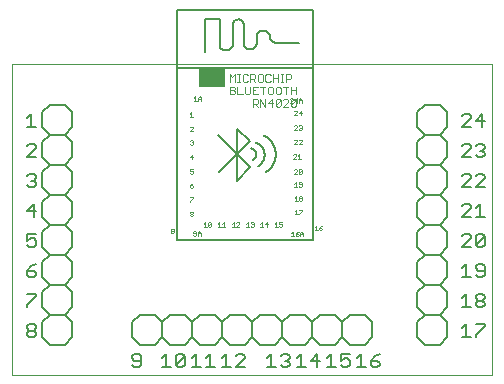
<source format=gto>
G75*
%MOIN*%
%OFA0B0*%
%FSLAX25Y25*%
%IPPOS*%
%LPD*%
%AMOC8*
5,1,8,0,0,1.08239X$1,22.5*
%
%ADD10C,0.00000*%
%ADD11C,0.00600*%
%ADD12C,0.00500*%
%ADD13R,0.08661X0.06102*%
%ADD14C,0.00200*%
%ADD15C,0.00100*%
D10*
X0001000Y0001000D02*
X0001000Y0104701D01*
X0160921Y0104701D01*
X0160921Y0001000D01*
X0001000Y0001000D01*
D11*
X0013500Y0011000D02*
X0018500Y0011000D01*
X0021000Y0013500D01*
X0021000Y0018500D01*
X0018500Y0021000D01*
X0013500Y0021000D01*
X0011000Y0018500D01*
X0011000Y0013500D01*
X0013500Y0011000D01*
X0013500Y0021000D02*
X0018500Y0021000D01*
X0021000Y0023500D01*
X0021000Y0028500D01*
X0018500Y0031000D01*
X0013500Y0031000D01*
X0011000Y0033500D01*
X0011000Y0038500D01*
X0013500Y0041000D01*
X0018500Y0041000D01*
X0021000Y0043500D01*
X0021000Y0048500D01*
X0018500Y0051000D01*
X0013500Y0051000D01*
X0011000Y0053500D01*
X0011000Y0058500D01*
X0013500Y0061000D01*
X0018500Y0061000D01*
X0021000Y0063500D01*
X0021000Y0068500D01*
X0018500Y0071000D01*
X0013500Y0071000D01*
X0011000Y0073500D01*
X0011000Y0078500D01*
X0013500Y0081000D01*
X0018500Y0081000D01*
X0021000Y0083500D01*
X0021000Y0088500D01*
X0018500Y0091000D01*
X0013500Y0091000D01*
X0011000Y0088500D01*
X0011000Y0083500D01*
X0013500Y0081000D01*
X0018500Y0081000D01*
X0021000Y0078500D01*
X0021000Y0073500D01*
X0018500Y0071000D01*
X0013500Y0071000D01*
X0011000Y0068500D01*
X0011000Y0063500D01*
X0013500Y0061000D01*
X0018500Y0061000D01*
X0021000Y0058500D01*
X0021000Y0053500D01*
X0018500Y0051000D01*
X0013500Y0051000D01*
X0011000Y0048500D01*
X0011000Y0043500D01*
X0013500Y0041000D01*
X0018500Y0041000D01*
X0021000Y0038500D01*
X0021000Y0033500D01*
X0018500Y0031000D01*
X0013500Y0031000D01*
X0011000Y0028500D01*
X0011000Y0023500D01*
X0013500Y0021000D01*
X0041000Y0018500D02*
X0041000Y0013500D01*
X0043500Y0011000D01*
X0048500Y0011000D01*
X0051000Y0013500D01*
X0051000Y0018500D01*
X0048500Y0021000D01*
X0043500Y0021000D01*
X0041000Y0018500D01*
X0051000Y0018500D02*
X0051000Y0013500D01*
X0053500Y0011000D01*
X0058500Y0011000D01*
X0061000Y0013500D01*
X0061000Y0018500D01*
X0058500Y0021000D01*
X0053500Y0021000D01*
X0051000Y0018500D01*
X0061000Y0018500D02*
X0061000Y0013500D01*
X0063500Y0011000D01*
X0068500Y0011000D01*
X0071000Y0013500D01*
X0071000Y0018500D01*
X0068500Y0021000D01*
X0063500Y0021000D01*
X0061000Y0018500D01*
X0071000Y0018500D02*
X0071000Y0013500D01*
X0073500Y0011000D01*
X0078500Y0011000D01*
X0081000Y0013500D01*
X0081000Y0018500D01*
X0078500Y0021000D01*
X0073500Y0021000D01*
X0071000Y0018500D01*
X0081000Y0018500D02*
X0081000Y0013500D01*
X0083500Y0011000D01*
X0088500Y0011000D01*
X0091000Y0013500D01*
X0091000Y0018500D01*
X0088500Y0021000D01*
X0083500Y0021000D01*
X0081000Y0018500D01*
X0091000Y0018500D02*
X0091000Y0013500D01*
X0093500Y0011000D01*
X0098500Y0011000D01*
X0101000Y0013500D01*
X0103500Y0011000D01*
X0108500Y0011000D01*
X0111000Y0013500D01*
X0111000Y0018500D01*
X0108500Y0021000D01*
X0103500Y0021000D01*
X0101000Y0018500D01*
X0101000Y0013500D01*
X0101000Y0018500D01*
X0098500Y0021000D01*
X0093500Y0021000D01*
X0091000Y0018500D01*
X0111000Y0018500D02*
X0111000Y0013500D01*
X0113500Y0011000D01*
X0118500Y0011000D01*
X0121000Y0013500D01*
X0121000Y0018500D01*
X0118500Y0021000D01*
X0113500Y0021000D01*
X0111000Y0018500D01*
X0136000Y0018500D02*
X0136000Y0013500D01*
X0138500Y0011000D01*
X0143500Y0011000D01*
X0146000Y0013500D01*
X0146000Y0018500D01*
X0143500Y0021000D01*
X0138500Y0021000D01*
X0136000Y0018500D01*
X0138500Y0021000D02*
X0143500Y0021000D01*
X0146000Y0023500D01*
X0146000Y0028500D01*
X0143500Y0031000D01*
X0138500Y0031000D01*
X0136000Y0028500D01*
X0136000Y0023500D01*
X0138500Y0021000D01*
X0138500Y0031000D02*
X0143500Y0031000D01*
X0146000Y0033500D01*
X0146000Y0038500D01*
X0143500Y0041000D01*
X0138500Y0041000D01*
X0136000Y0038500D01*
X0136000Y0033500D01*
X0138500Y0031000D01*
X0138500Y0041000D02*
X0143500Y0041000D01*
X0146000Y0043500D01*
X0146000Y0048500D01*
X0143500Y0051000D01*
X0138500Y0051000D01*
X0136000Y0048500D01*
X0136000Y0043500D01*
X0138500Y0041000D01*
X0138500Y0051000D02*
X0143500Y0051000D01*
X0146000Y0053500D01*
X0146000Y0058500D01*
X0143500Y0061000D01*
X0138500Y0061000D01*
X0136000Y0058500D01*
X0136000Y0053500D01*
X0138500Y0051000D01*
X0138500Y0061000D02*
X0143500Y0061000D01*
X0146000Y0063500D01*
X0146000Y0068500D01*
X0143500Y0071000D01*
X0138500Y0071000D01*
X0136000Y0068500D01*
X0136000Y0063500D01*
X0138500Y0061000D01*
X0138500Y0071000D02*
X0143500Y0071000D01*
X0146000Y0073500D01*
X0146000Y0078500D01*
X0143500Y0081000D01*
X0138500Y0081000D01*
X0136000Y0078500D01*
X0136000Y0073500D01*
X0138500Y0071000D01*
X0138500Y0081000D02*
X0143500Y0081000D01*
X0146000Y0083500D01*
X0146000Y0088500D01*
X0143500Y0091000D01*
X0138500Y0091000D01*
X0136000Y0088500D01*
X0136000Y0083500D01*
X0138500Y0081000D01*
D12*
X0150950Y0083450D02*
X0153953Y0086453D01*
X0153953Y0087203D01*
X0153202Y0087954D01*
X0151701Y0087954D01*
X0150950Y0087203D01*
X0150950Y0083450D02*
X0153953Y0083450D01*
X0155554Y0085702D02*
X0158556Y0085702D01*
X0157806Y0087954D02*
X0155554Y0085702D01*
X0157806Y0083450D02*
X0157806Y0087954D01*
X0157806Y0077954D02*
X0156305Y0077954D01*
X0155554Y0077203D01*
X0153953Y0077203D02*
X0153953Y0076453D01*
X0150950Y0073450D01*
X0153953Y0073450D01*
X0155554Y0074201D02*
X0156305Y0073450D01*
X0157806Y0073450D01*
X0158556Y0074201D01*
X0158556Y0074951D01*
X0157806Y0075702D01*
X0157055Y0075702D01*
X0157806Y0075702D02*
X0158556Y0076453D01*
X0158556Y0077203D01*
X0157806Y0077954D01*
X0153953Y0077203D02*
X0153202Y0077954D01*
X0151701Y0077954D01*
X0150950Y0077203D01*
X0151701Y0067954D02*
X0150950Y0067203D01*
X0151701Y0067954D02*
X0153202Y0067954D01*
X0153953Y0067203D01*
X0153953Y0066453D01*
X0150950Y0063450D01*
X0153953Y0063450D01*
X0155554Y0063450D02*
X0158556Y0066453D01*
X0158556Y0067203D01*
X0157806Y0067954D01*
X0156305Y0067954D01*
X0155554Y0067203D01*
X0155554Y0063450D02*
X0158556Y0063450D01*
X0157055Y0057954D02*
X0157055Y0053450D01*
X0155554Y0053450D02*
X0158556Y0053450D01*
X0155554Y0056453D02*
X0157055Y0057954D01*
X0153953Y0057203D02*
X0153953Y0056453D01*
X0150950Y0053450D01*
X0153953Y0053450D01*
X0153953Y0057203D02*
X0153202Y0057954D01*
X0151701Y0057954D01*
X0150950Y0057203D01*
X0151701Y0047954D02*
X0150950Y0047203D01*
X0151701Y0047954D02*
X0153202Y0047954D01*
X0153953Y0047203D01*
X0153953Y0046453D01*
X0150950Y0043450D01*
X0153953Y0043450D01*
X0155554Y0044201D02*
X0158556Y0047203D01*
X0158556Y0044201D01*
X0157806Y0043450D01*
X0156305Y0043450D01*
X0155554Y0044201D01*
X0155554Y0047203D01*
X0156305Y0047954D01*
X0157806Y0047954D01*
X0158556Y0047203D01*
X0157806Y0037954D02*
X0156305Y0037954D01*
X0155554Y0037203D01*
X0155554Y0036453D01*
X0156305Y0035702D01*
X0158556Y0035702D01*
X0158556Y0034201D02*
X0158556Y0037203D01*
X0157806Y0037954D01*
X0158556Y0034201D02*
X0157806Y0033450D01*
X0156305Y0033450D01*
X0155554Y0034201D01*
X0153953Y0033450D02*
X0150950Y0033450D01*
X0152451Y0033450D02*
X0152451Y0037954D01*
X0150950Y0036453D01*
X0152451Y0027954D02*
X0152451Y0023450D01*
X0150950Y0023450D02*
X0153953Y0023450D01*
X0155554Y0024201D02*
X0155554Y0024951D01*
X0156305Y0025702D01*
X0157806Y0025702D01*
X0158556Y0024951D01*
X0158556Y0024201D01*
X0157806Y0023450D01*
X0156305Y0023450D01*
X0155554Y0024201D01*
X0156305Y0025702D02*
X0155554Y0026453D01*
X0155554Y0027203D01*
X0156305Y0027954D01*
X0157806Y0027954D01*
X0158556Y0027203D01*
X0158556Y0026453D01*
X0157806Y0025702D01*
X0152451Y0027954D02*
X0150950Y0026453D01*
X0152451Y0017954D02*
X0152451Y0013450D01*
X0150950Y0013450D02*
X0153953Y0013450D01*
X0155554Y0013450D02*
X0155554Y0014201D01*
X0158556Y0017203D01*
X0158556Y0017954D01*
X0155554Y0017954D01*
X0152451Y0017954D02*
X0150950Y0016453D01*
X0123556Y0007954D02*
X0122055Y0007203D01*
X0120554Y0005702D01*
X0122806Y0005702D01*
X0123556Y0004951D01*
X0123556Y0004201D01*
X0122806Y0003450D01*
X0121305Y0003450D01*
X0120554Y0004201D01*
X0120554Y0005702D01*
X0118953Y0003450D02*
X0115950Y0003450D01*
X0117451Y0003450D02*
X0117451Y0007954D01*
X0115950Y0006453D01*
X0113556Y0005702D02*
X0113556Y0004201D01*
X0112806Y0003450D01*
X0111305Y0003450D01*
X0110554Y0004201D01*
X0110554Y0005702D02*
X0112055Y0006453D01*
X0112806Y0006453D01*
X0113556Y0005702D01*
X0110554Y0005702D02*
X0110554Y0007954D01*
X0113556Y0007954D01*
X0107451Y0007954D02*
X0107451Y0003450D01*
X0105950Y0003450D02*
X0108953Y0003450D01*
X0105950Y0006453D02*
X0107451Y0007954D01*
X0103556Y0005702D02*
X0100554Y0005702D01*
X0102806Y0007954D01*
X0102806Y0003450D01*
X0098953Y0003450D02*
X0095950Y0003450D01*
X0097451Y0003450D02*
X0097451Y0007954D01*
X0095950Y0006453D01*
X0093556Y0006453D02*
X0092806Y0005702D01*
X0093556Y0004951D01*
X0093556Y0004201D01*
X0092806Y0003450D01*
X0091305Y0003450D01*
X0090554Y0004201D01*
X0088953Y0003450D02*
X0085950Y0003450D01*
X0087451Y0003450D02*
X0087451Y0007954D01*
X0085950Y0006453D01*
X0090554Y0007203D02*
X0091305Y0007954D01*
X0092806Y0007954D01*
X0093556Y0007203D01*
X0093556Y0006453D01*
X0092806Y0005702D02*
X0092055Y0005702D01*
X0078556Y0006453D02*
X0078556Y0007203D01*
X0077806Y0007954D01*
X0076305Y0007954D01*
X0075554Y0007203D01*
X0078556Y0006453D02*
X0075554Y0003450D01*
X0078556Y0003450D01*
X0073953Y0003450D02*
X0070950Y0003450D01*
X0072451Y0003450D02*
X0072451Y0007954D01*
X0070950Y0006453D01*
X0067055Y0007954D02*
X0067055Y0003450D01*
X0065554Y0003450D02*
X0068556Y0003450D01*
X0065554Y0006453D02*
X0067055Y0007954D01*
X0062451Y0007954D02*
X0062451Y0003450D01*
X0060950Y0003450D02*
X0063953Y0003450D01*
X0060950Y0006453D02*
X0062451Y0007954D01*
X0058556Y0007203D02*
X0055554Y0004201D01*
X0056305Y0003450D01*
X0057806Y0003450D01*
X0058556Y0004201D01*
X0058556Y0007203D01*
X0057806Y0007954D01*
X0056305Y0007954D01*
X0055554Y0007203D01*
X0055554Y0004201D01*
X0053953Y0003450D02*
X0050950Y0003450D01*
X0052451Y0003450D02*
X0052451Y0007954D01*
X0050950Y0006453D01*
X0043953Y0007203D02*
X0043953Y0004201D01*
X0043202Y0003450D01*
X0041701Y0003450D01*
X0040950Y0004201D01*
X0041701Y0005702D02*
X0043953Y0005702D01*
X0043953Y0007203D02*
X0043202Y0007954D01*
X0041701Y0007954D01*
X0040950Y0007203D01*
X0040950Y0006453D01*
X0041701Y0005702D01*
X0008953Y0014201D02*
X0008202Y0013450D01*
X0006701Y0013450D01*
X0005950Y0014201D01*
X0005950Y0014951D01*
X0006701Y0015702D01*
X0008202Y0015702D01*
X0008953Y0014951D01*
X0008953Y0014201D01*
X0008202Y0015702D02*
X0008953Y0016453D01*
X0008953Y0017203D01*
X0008202Y0017954D01*
X0006701Y0017954D01*
X0005950Y0017203D01*
X0005950Y0016453D01*
X0006701Y0015702D01*
X0005950Y0023450D02*
X0005950Y0024201D01*
X0008953Y0027203D01*
X0008953Y0027954D01*
X0005950Y0027954D01*
X0006701Y0033450D02*
X0008202Y0033450D01*
X0008953Y0034201D01*
X0008953Y0034951D01*
X0008202Y0035702D01*
X0005950Y0035702D01*
X0005950Y0034201D01*
X0006701Y0033450D01*
X0005950Y0035702D02*
X0007451Y0037203D01*
X0008953Y0037954D01*
X0008202Y0043450D02*
X0006701Y0043450D01*
X0005950Y0044201D01*
X0005950Y0045702D02*
X0007451Y0046453D01*
X0008202Y0046453D01*
X0008953Y0045702D01*
X0008953Y0044201D01*
X0008202Y0043450D01*
X0005950Y0045702D02*
X0005950Y0047954D01*
X0008953Y0047954D01*
X0008202Y0053450D02*
X0008202Y0057954D01*
X0005950Y0055702D01*
X0008953Y0055702D01*
X0008202Y0063450D02*
X0006701Y0063450D01*
X0005950Y0064201D01*
X0007451Y0065702D02*
X0008202Y0065702D01*
X0008953Y0064951D01*
X0008953Y0064201D01*
X0008202Y0063450D01*
X0008202Y0065702D02*
X0008953Y0066453D01*
X0008953Y0067203D01*
X0008202Y0067954D01*
X0006701Y0067954D01*
X0005950Y0067203D01*
X0005950Y0073450D02*
X0008953Y0076453D01*
X0008953Y0077203D01*
X0008202Y0077954D01*
X0006701Y0077954D01*
X0005950Y0077203D01*
X0005950Y0073450D02*
X0008953Y0073450D01*
X0008953Y0083450D02*
X0005950Y0083450D01*
X0007451Y0083450D02*
X0007451Y0087954D01*
X0005950Y0086453D01*
X0056197Y0103283D02*
X0101276Y0103283D01*
X0101276Y0046000D01*
X0056000Y0046000D01*
X0056000Y0122772D01*
X0101276Y0122772D01*
X0101276Y0103283D01*
X0096748Y0111748D02*
X0089071Y0111748D01*
X0088979Y0111750D01*
X0088887Y0111756D01*
X0088796Y0111766D01*
X0088705Y0111779D01*
X0088615Y0111797D01*
X0088525Y0111818D01*
X0088437Y0111843D01*
X0088350Y0111872D01*
X0088264Y0111904D01*
X0088179Y0111940D01*
X0088096Y0111980D01*
X0088015Y0112023D01*
X0087936Y0112069D01*
X0087859Y0112119D01*
X0087784Y0112172D01*
X0087711Y0112229D01*
X0087641Y0112288D01*
X0087573Y0112350D01*
X0087508Y0112415D01*
X0087446Y0112483D01*
X0087387Y0112553D01*
X0087330Y0112626D01*
X0087277Y0112701D01*
X0087227Y0112778D01*
X0087181Y0112857D01*
X0087138Y0112938D01*
X0087098Y0113021D01*
X0087062Y0113106D01*
X0087030Y0113192D01*
X0087001Y0113279D01*
X0086976Y0113367D01*
X0086955Y0113457D01*
X0086937Y0113547D01*
X0086924Y0113638D01*
X0086914Y0113729D01*
X0086908Y0113821D01*
X0086906Y0113913D01*
X0086904Y0113995D01*
X0086898Y0114076D01*
X0086889Y0114158D01*
X0086876Y0114239D01*
X0086859Y0114319D01*
X0086838Y0114398D01*
X0086814Y0114476D01*
X0086786Y0114553D01*
X0086755Y0114629D01*
X0086720Y0114703D01*
X0086682Y0114775D01*
X0086641Y0114846D01*
X0086596Y0114914D01*
X0086548Y0114981D01*
X0086497Y0115045D01*
X0086444Y0115107D01*
X0086387Y0115166D01*
X0086328Y0115223D01*
X0086266Y0115276D01*
X0086202Y0115327D01*
X0086135Y0115375D01*
X0086067Y0115420D01*
X0085996Y0115461D01*
X0085924Y0115499D01*
X0085850Y0115534D01*
X0085774Y0115565D01*
X0085697Y0115593D01*
X0085619Y0115617D01*
X0085540Y0115638D01*
X0085460Y0115655D01*
X0085379Y0115668D01*
X0085297Y0115677D01*
X0085216Y0115683D01*
X0085134Y0115685D01*
X0084346Y0115685D01*
X0084264Y0115683D01*
X0084183Y0115677D01*
X0084101Y0115668D01*
X0084020Y0115655D01*
X0083940Y0115638D01*
X0083861Y0115617D01*
X0083783Y0115593D01*
X0083706Y0115565D01*
X0083630Y0115534D01*
X0083556Y0115499D01*
X0083484Y0115461D01*
X0083413Y0115420D01*
X0083345Y0115375D01*
X0083278Y0115327D01*
X0083214Y0115276D01*
X0083152Y0115223D01*
X0083093Y0115166D01*
X0083036Y0115107D01*
X0082983Y0115045D01*
X0082932Y0114981D01*
X0082884Y0114914D01*
X0082839Y0114846D01*
X0082798Y0114775D01*
X0082760Y0114703D01*
X0082725Y0114629D01*
X0082694Y0114553D01*
X0082666Y0114476D01*
X0082642Y0114398D01*
X0082621Y0114319D01*
X0082604Y0114239D01*
X0082591Y0114158D01*
X0082582Y0114076D01*
X0082576Y0113995D01*
X0082574Y0113913D01*
X0082575Y0113913D02*
X0082575Y0111748D01*
X0082574Y0111748D02*
X0082572Y0111656D01*
X0082566Y0111564D01*
X0082556Y0111473D01*
X0082543Y0111382D01*
X0082525Y0111292D01*
X0082504Y0111202D01*
X0082479Y0111114D01*
X0082450Y0111027D01*
X0082418Y0110941D01*
X0082382Y0110856D01*
X0082342Y0110773D01*
X0082299Y0110692D01*
X0082253Y0110613D01*
X0082203Y0110536D01*
X0082150Y0110461D01*
X0082093Y0110388D01*
X0082034Y0110318D01*
X0081972Y0110250D01*
X0081907Y0110185D01*
X0081839Y0110123D01*
X0081769Y0110064D01*
X0081696Y0110007D01*
X0081621Y0109954D01*
X0081544Y0109904D01*
X0081465Y0109858D01*
X0081384Y0109815D01*
X0081301Y0109775D01*
X0081216Y0109739D01*
X0081130Y0109707D01*
X0081043Y0109678D01*
X0080955Y0109653D01*
X0080865Y0109632D01*
X0080775Y0109614D01*
X0080684Y0109601D01*
X0080593Y0109591D01*
X0080501Y0109585D01*
X0080409Y0109583D01*
X0080213Y0109583D01*
X0080213Y0109582D02*
X0080127Y0109584D01*
X0080041Y0109589D01*
X0079956Y0109599D01*
X0079871Y0109612D01*
X0079787Y0109629D01*
X0079703Y0109649D01*
X0079621Y0109673D01*
X0079540Y0109701D01*
X0079459Y0109732D01*
X0079381Y0109766D01*
X0079304Y0109804D01*
X0079229Y0109846D01*
X0079155Y0109890D01*
X0079084Y0109938D01*
X0079014Y0109989D01*
X0078947Y0110043D01*
X0078883Y0110099D01*
X0078821Y0110159D01*
X0078761Y0110221D01*
X0078705Y0110285D01*
X0078651Y0110352D01*
X0078600Y0110422D01*
X0078552Y0110493D01*
X0078508Y0110567D01*
X0078466Y0110642D01*
X0078428Y0110719D01*
X0078394Y0110797D01*
X0078363Y0110878D01*
X0078335Y0110959D01*
X0078311Y0111041D01*
X0078291Y0111125D01*
X0078274Y0111209D01*
X0078261Y0111294D01*
X0078251Y0111379D01*
X0078246Y0111465D01*
X0078244Y0111551D01*
X0078244Y0117654D01*
X0078245Y0117654D02*
X0078243Y0117740D01*
X0078238Y0117826D01*
X0078228Y0117911D01*
X0078215Y0117996D01*
X0078198Y0118080D01*
X0078178Y0118164D01*
X0078154Y0118246D01*
X0078126Y0118327D01*
X0078095Y0118408D01*
X0078061Y0118486D01*
X0078023Y0118563D01*
X0077981Y0118639D01*
X0077937Y0118712D01*
X0077889Y0118783D01*
X0077838Y0118853D01*
X0077784Y0118920D01*
X0077728Y0118984D01*
X0077668Y0119046D01*
X0077606Y0119106D01*
X0077542Y0119162D01*
X0077475Y0119216D01*
X0077405Y0119267D01*
X0077334Y0119315D01*
X0077261Y0119359D01*
X0077185Y0119401D01*
X0077108Y0119439D01*
X0077030Y0119473D01*
X0076949Y0119504D01*
X0076868Y0119532D01*
X0076786Y0119556D01*
X0076702Y0119576D01*
X0076618Y0119593D01*
X0076533Y0119606D01*
X0076448Y0119616D01*
X0076362Y0119621D01*
X0076276Y0119623D01*
X0076276Y0119622D02*
X0076079Y0119425D01*
X0076007Y0119423D01*
X0075935Y0119417D01*
X0075863Y0119408D01*
X0075792Y0119395D01*
X0075722Y0119378D01*
X0075653Y0119358D01*
X0075585Y0119333D01*
X0075519Y0119306D01*
X0075453Y0119275D01*
X0075390Y0119240D01*
X0075328Y0119203D01*
X0075269Y0119162D01*
X0075212Y0119118D01*
X0075157Y0119071D01*
X0075105Y0119021D01*
X0075055Y0118969D01*
X0075008Y0118914D01*
X0074964Y0118857D01*
X0074923Y0118798D01*
X0074886Y0118736D01*
X0074851Y0118673D01*
X0074820Y0118607D01*
X0074793Y0118541D01*
X0074768Y0118473D01*
X0074748Y0118404D01*
X0074731Y0118334D01*
X0074718Y0118263D01*
X0074709Y0118191D01*
X0074703Y0118119D01*
X0074701Y0118047D01*
X0074701Y0111748D01*
X0074699Y0111648D01*
X0074693Y0111547D01*
X0074683Y0111447D01*
X0074669Y0111348D01*
X0074652Y0111249D01*
X0074630Y0111151D01*
X0074605Y0111053D01*
X0074576Y0110957D01*
X0074543Y0110862D01*
X0074506Y0110769D01*
X0074466Y0110677D01*
X0074422Y0110586D01*
X0074375Y0110498D01*
X0074324Y0110411D01*
X0074270Y0110326D01*
X0074212Y0110244D01*
X0074152Y0110164D01*
X0074088Y0110086D01*
X0074021Y0110011D01*
X0073951Y0109939D01*
X0073879Y0109869D01*
X0073804Y0109802D01*
X0073726Y0109738D01*
X0073646Y0109678D01*
X0073564Y0109620D01*
X0073479Y0109566D01*
X0073392Y0109515D01*
X0073304Y0109468D01*
X0073213Y0109424D01*
X0073121Y0109384D01*
X0073028Y0109347D01*
X0072933Y0109314D01*
X0072837Y0109285D01*
X0072739Y0109260D01*
X0072641Y0109238D01*
X0072542Y0109221D01*
X0072443Y0109207D01*
X0072343Y0109197D01*
X0072242Y0109191D01*
X0072142Y0109189D01*
X0072142Y0109188D02*
X0072056Y0109190D01*
X0071970Y0109195D01*
X0071885Y0109205D01*
X0071800Y0109218D01*
X0071716Y0109235D01*
X0071632Y0109255D01*
X0071550Y0109279D01*
X0071469Y0109307D01*
X0071388Y0109338D01*
X0071310Y0109372D01*
X0071233Y0109410D01*
X0071158Y0109452D01*
X0071084Y0109496D01*
X0071013Y0109544D01*
X0070943Y0109595D01*
X0070876Y0109649D01*
X0070812Y0109705D01*
X0070750Y0109765D01*
X0070690Y0109827D01*
X0070634Y0109891D01*
X0070580Y0109958D01*
X0070529Y0110028D01*
X0070481Y0110099D01*
X0070437Y0110173D01*
X0070395Y0110248D01*
X0070357Y0110325D01*
X0070323Y0110403D01*
X0070292Y0110484D01*
X0070264Y0110565D01*
X0070240Y0110647D01*
X0070220Y0110731D01*
X0070203Y0110815D01*
X0070190Y0110900D01*
X0070180Y0110985D01*
X0070175Y0111071D01*
X0070173Y0111157D01*
X0070173Y0119622D01*
X0065449Y0119622D01*
X0065449Y0108598D01*
X0075882Y0082811D02*
X0075882Y0065488D01*
X0080409Y0070213D01*
X0069780Y0080843D01*
X0076079Y0082811D02*
X0080213Y0078874D01*
X0069976Y0068638D01*
X0081197Y0072772D02*
X0081277Y0072805D01*
X0081355Y0072841D01*
X0081432Y0072881D01*
X0081506Y0072924D01*
X0081579Y0072970D01*
X0081650Y0073020D01*
X0081718Y0073073D01*
X0081784Y0073128D01*
X0081848Y0073187D01*
X0081908Y0073248D01*
X0081966Y0073312D01*
X0082021Y0073379D01*
X0082073Y0073448D01*
X0082122Y0073519D01*
X0082168Y0073592D01*
X0082210Y0073668D01*
X0082249Y0073745D01*
X0082284Y0073823D01*
X0082316Y0073904D01*
X0082345Y0073985D01*
X0082369Y0074068D01*
X0082390Y0074152D01*
X0082407Y0074236D01*
X0082421Y0074322D01*
X0082430Y0074407D01*
X0082436Y0074494D01*
X0082438Y0074580D01*
X0082436Y0074666D01*
X0082430Y0074752D01*
X0082421Y0074838D01*
X0082407Y0074924D01*
X0082390Y0075008D01*
X0082369Y0075092D01*
X0082344Y0075175D01*
X0082316Y0075256D01*
X0082284Y0075336D01*
X0082248Y0075415D01*
X0082209Y0075492D01*
X0082167Y0075567D01*
X0082121Y0075640D01*
X0082072Y0075712D01*
X0082020Y0075781D01*
X0081965Y0075847D01*
X0081907Y0075911D01*
X0081846Y0075972D01*
X0081783Y0076031D01*
X0081717Y0076087D01*
X0081648Y0076139D01*
X0081578Y0076189D01*
X0081505Y0076235D01*
X0081430Y0076278D01*
X0081353Y0076318D01*
X0081275Y0076354D01*
X0081195Y0076387D01*
X0081114Y0076416D01*
X0081031Y0076441D01*
X0080948Y0076463D01*
X0080863Y0076481D01*
X0080778Y0076495D01*
X0080692Y0076506D01*
X0080606Y0076512D01*
X0084937Y0080843D02*
X0085088Y0080769D01*
X0085237Y0080692D01*
X0085385Y0080611D01*
X0085530Y0080526D01*
X0085674Y0080438D01*
X0085815Y0080347D01*
X0085954Y0080252D01*
X0086090Y0080154D01*
X0086225Y0080052D01*
X0086356Y0079948D01*
X0086485Y0079840D01*
X0086612Y0079729D01*
X0086735Y0079615D01*
X0086856Y0079498D01*
X0086974Y0079378D01*
X0087089Y0079255D01*
X0087201Y0079130D01*
X0087310Y0079002D01*
X0087416Y0078871D01*
X0087519Y0078738D01*
X0087618Y0078602D01*
X0087714Y0078464D01*
X0087807Y0078323D01*
X0087896Y0078181D01*
X0087981Y0078036D01*
X0088063Y0077889D01*
X0088142Y0077740D01*
X0088217Y0077590D01*
X0088288Y0077437D01*
X0088356Y0077283D01*
X0088419Y0077127D01*
X0088479Y0076970D01*
X0088535Y0076812D01*
X0088588Y0076652D01*
X0088636Y0076491D01*
X0088680Y0076328D01*
X0088721Y0076165D01*
X0088757Y0076001D01*
X0088790Y0075836D01*
X0088818Y0075670D01*
X0088842Y0075504D01*
X0088863Y0075337D01*
X0088879Y0075169D01*
X0088891Y0075002D01*
X0088899Y0074834D01*
X0088904Y0074665D01*
X0088903Y0074497D01*
X0088899Y0074329D01*
X0088891Y0074161D01*
X0088879Y0073993D01*
X0088862Y0073826D01*
X0088842Y0073659D01*
X0088818Y0073492D01*
X0088789Y0073327D01*
X0088756Y0073162D01*
X0088720Y0072997D01*
X0088679Y0072834D01*
X0088635Y0072672D01*
X0088587Y0072511D01*
X0088534Y0072351D01*
X0088478Y0072192D01*
X0088418Y0072035D01*
X0088354Y0071880D01*
X0088287Y0071726D01*
X0088215Y0071573D01*
X0088140Y0071423D01*
X0088062Y0071274D01*
X0087980Y0071127D01*
X0087894Y0070982D01*
X0087805Y0070840D01*
X0087712Y0070699D01*
X0087616Y0070561D01*
X0087517Y0070426D01*
X0087414Y0070292D01*
X0087308Y0070162D01*
X0087199Y0070034D01*
X0087087Y0069908D01*
X0086972Y0069786D01*
X0086854Y0069666D01*
X0086733Y0069549D01*
X0086609Y0069435D01*
X0086483Y0069324D01*
X0086354Y0069216D01*
X0086222Y0069111D01*
X0086088Y0069010D01*
X0085951Y0068912D01*
X0085812Y0068817D01*
X0085671Y0068726D01*
X0085527Y0068638D01*
X0082969Y0070606D02*
X0083082Y0070671D01*
X0083194Y0070738D01*
X0083304Y0070809D01*
X0083412Y0070884D01*
X0083517Y0070961D01*
X0083620Y0071042D01*
X0083720Y0071126D01*
X0083818Y0071212D01*
X0083913Y0071302D01*
X0084005Y0071395D01*
X0084095Y0071490D01*
X0084181Y0071588D01*
X0084264Y0071689D01*
X0084345Y0071792D01*
X0084422Y0071898D01*
X0084496Y0072005D01*
X0084566Y0072115D01*
X0084634Y0072228D01*
X0084697Y0072342D01*
X0084758Y0072458D01*
X0084814Y0072576D01*
X0084867Y0072695D01*
X0084917Y0072816D01*
X0084962Y0072939D01*
X0085004Y0073062D01*
X0085043Y0073187D01*
X0085077Y0073314D01*
X0085107Y0073441D01*
X0085134Y0073569D01*
X0085157Y0073697D01*
X0085175Y0073827D01*
X0085190Y0073957D01*
X0085201Y0074087D01*
X0085208Y0074218D01*
X0085211Y0074348D01*
X0085210Y0074479D01*
X0085205Y0074610D01*
X0085196Y0074740D01*
X0085183Y0074870D01*
X0085166Y0075000D01*
X0085145Y0075129D01*
X0085120Y0075257D01*
X0085091Y0075385D01*
X0085059Y0075511D01*
X0085022Y0075637D01*
X0084982Y0075761D01*
X0084938Y0075884D01*
X0084890Y0076006D01*
X0084839Y0076126D01*
X0084784Y0076245D01*
X0084725Y0076362D01*
X0084663Y0076477D01*
X0084597Y0076590D01*
X0084528Y0076701D01*
X0084456Y0076810D01*
X0084380Y0076916D01*
X0084301Y0077021D01*
X0084219Y0077122D01*
X0084134Y0077222D01*
X0084046Y0077318D01*
X0083955Y0077412D01*
X0083861Y0077503D01*
X0083765Y0077591D01*
X0083666Y0077677D01*
X0083564Y0077759D01*
X0083460Y0077838D01*
X0083353Y0077913D01*
X0083244Y0077986D01*
X0083134Y0078055D01*
X0083021Y0078121D01*
X0082906Y0078183D01*
X0082789Y0078242D01*
X0082670Y0078297D01*
X0082550Y0078349D01*
X0082428Y0078396D01*
X0082305Y0078441D01*
X0082181Y0078481D01*
D13*
X0067614Y0100035D03*
D14*
X0073620Y0101217D02*
X0073620Y0098659D01*
X0073620Y0097083D02*
X0074899Y0097083D01*
X0075325Y0096657D01*
X0075325Y0096231D01*
X0074899Y0095804D01*
X0073620Y0095804D01*
X0074899Y0095804D02*
X0075325Y0095378D01*
X0075325Y0094952D01*
X0074899Y0094525D01*
X0073620Y0094525D01*
X0073620Y0097083D01*
X0075325Y0098659D02*
X0075325Y0101217D01*
X0074472Y0100364D01*
X0073620Y0101217D01*
X0076157Y0101217D02*
X0077010Y0101217D01*
X0076584Y0101217D02*
X0076584Y0098659D01*
X0077010Y0098659D02*
X0076157Y0098659D01*
X0076157Y0097083D02*
X0076157Y0094525D01*
X0077863Y0094525D01*
X0078695Y0094952D02*
X0079121Y0094525D01*
X0079974Y0094525D01*
X0080400Y0094952D01*
X0080400Y0097083D01*
X0081232Y0097083D02*
X0081232Y0094525D01*
X0082938Y0094525D01*
X0082085Y0095804D02*
X0081232Y0095804D01*
X0081232Y0097083D02*
X0082938Y0097083D01*
X0083770Y0097083D02*
X0085475Y0097083D01*
X0084623Y0097083D02*
X0084623Y0094525D01*
X0086308Y0094952D02*
X0086308Y0096657D01*
X0086734Y0097083D01*
X0087587Y0097083D01*
X0088013Y0096657D01*
X0088013Y0094952D01*
X0087587Y0094525D01*
X0086734Y0094525D01*
X0086308Y0094952D01*
X0088845Y0094952D02*
X0088845Y0096657D01*
X0089272Y0097083D01*
X0090124Y0097083D01*
X0090551Y0096657D01*
X0090551Y0094952D01*
X0090124Y0094525D01*
X0089272Y0094525D01*
X0088845Y0094952D01*
X0089272Y0092949D02*
X0090124Y0092949D01*
X0090551Y0092523D01*
X0088845Y0090818D01*
X0089272Y0090391D01*
X0090124Y0090391D01*
X0090551Y0090818D01*
X0090551Y0092523D01*
X0091383Y0092523D02*
X0091809Y0092949D01*
X0092662Y0092949D01*
X0093088Y0092523D01*
X0093088Y0092097D01*
X0091383Y0090391D01*
X0093088Y0090391D01*
X0093920Y0090818D02*
X0095626Y0092523D01*
X0095626Y0090818D01*
X0095200Y0090391D01*
X0094347Y0090391D01*
X0093920Y0090818D01*
X0093920Y0092523D01*
X0094347Y0092949D01*
X0095200Y0092949D01*
X0095626Y0092523D01*
X0095626Y0094525D02*
X0095626Y0097083D01*
X0095626Y0095804D02*
X0093920Y0095804D01*
X0093920Y0094525D02*
X0093920Y0097083D01*
X0093088Y0097083D02*
X0091383Y0097083D01*
X0092236Y0097083D02*
X0092236Y0094525D01*
X0089272Y0092949D02*
X0088845Y0092523D01*
X0088845Y0090818D01*
X0088013Y0091670D02*
X0086308Y0091670D01*
X0087587Y0092949D01*
X0087587Y0090391D01*
X0085475Y0090391D02*
X0085475Y0092949D01*
X0083770Y0092949D02*
X0085475Y0090391D01*
X0083770Y0090391D02*
X0083770Y0092949D01*
X0082938Y0092523D02*
X0082938Y0091670D01*
X0082512Y0091244D01*
X0081232Y0091244D01*
X0081232Y0090391D02*
X0081232Y0092949D01*
X0082512Y0092949D01*
X0082938Y0092523D01*
X0082085Y0091244D02*
X0082938Y0090391D01*
X0078695Y0094952D02*
X0078695Y0097083D01*
X0078275Y0098659D02*
X0077849Y0099085D01*
X0077849Y0100791D01*
X0078275Y0101217D01*
X0079128Y0101217D01*
X0079554Y0100791D01*
X0080387Y0101217D02*
X0081666Y0101217D01*
X0082092Y0100791D01*
X0082092Y0099938D01*
X0081666Y0099512D01*
X0080387Y0099512D01*
X0081239Y0099512D02*
X0082092Y0098659D01*
X0082924Y0099085D02*
X0083351Y0098659D01*
X0084203Y0098659D01*
X0084630Y0099085D01*
X0084630Y0100791D01*
X0084203Y0101217D01*
X0083351Y0101217D01*
X0082924Y0100791D01*
X0082924Y0099085D01*
X0085462Y0099085D02*
X0085888Y0098659D01*
X0086741Y0098659D01*
X0087167Y0099085D01*
X0087999Y0098659D02*
X0087999Y0101217D01*
X0087167Y0100791D02*
X0086741Y0101217D01*
X0085888Y0101217D01*
X0085462Y0100791D01*
X0085462Y0099085D01*
X0087999Y0099938D02*
X0089705Y0099938D01*
X0089705Y0101217D02*
X0089705Y0098659D01*
X0090537Y0098659D02*
X0091390Y0098659D01*
X0090963Y0098659D02*
X0090963Y0101217D01*
X0090537Y0101217D02*
X0091390Y0101217D01*
X0092229Y0101217D02*
X0093508Y0101217D01*
X0093934Y0100791D01*
X0093934Y0099938D01*
X0093508Y0099512D01*
X0092229Y0099512D01*
X0092229Y0098659D02*
X0092229Y0101217D01*
X0080387Y0101217D02*
X0080387Y0098659D01*
X0079554Y0099085D02*
X0079128Y0098659D01*
X0078275Y0098659D01*
D15*
X0064036Y0093311D02*
X0064036Y0092310D01*
X0064036Y0093060D02*
X0063035Y0093060D01*
X0063035Y0093311D02*
X0063535Y0093811D01*
X0064036Y0093311D01*
X0063035Y0093311D02*
X0063035Y0092310D01*
X0062563Y0092310D02*
X0061562Y0092310D01*
X0062062Y0092310D02*
X0062062Y0093811D01*
X0061562Y0093311D01*
X0060684Y0088496D02*
X0060684Y0086995D01*
X0060184Y0086995D02*
X0061185Y0086995D01*
X0060184Y0087996D02*
X0060684Y0088496D01*
X0060631Y0083772D02*
X0060381Y0083522D01*
X0060631Y0083772D02*
X0061131Y0083772D01*
X0061382Y0083522D01*
X0061382Y0083271D01*
X0060381Y0082270D01*
X0061382Y0082270D01*
X0061131Y0079244D02*
X0061382Y0078994D01*
X0061382Y0078744D01*
X0061131Y0078494D01*
X0061382Y0078243D01*
X0061382Y0077993D01*
X0061131Y0077743D01*
X0060631Y0077743D01*
X0060381Y0077993D01*
X0060881Y0078494D02*
X0061131Y0078494D01*
X0061131Y0079244D02*
X0060631Y0079244D01*
X0060381Y0078994D01*
X0061131Y0074323D02*
X0060381Y0073572D01*
X0061382Y0073572D01*
X0061131Y0072822D02*
X0061131Y0074323D01*
X0061382Y0069599D02*
X0060381Y0069599D01*
X0060381Y0068848D01*
X0060881Y0069098D01*
X0061131Y0069098D01*
X0061382Y0068848D01*
X0061382Y0068347D01*
X0061131Y0068097D01*
X0060631Y0068097D01*
X0060381Y0068347D01*
X0061382Y0064874D02*
X0060881Y0064624D01*
X0060381Y0064123D01*
X0061131Y0064123D01*
X0061382Y0063873D01*
X0061382Y0063623D01*
X0061131Y0063373D01*
X0060631Y0063373D01*
X0060381Y0063623D01*
X0060381Y0064123D01*
X0060381Y0060150D02*
X0061382Y0060150D01*
X0061382Y0059899D01*
X0060381Y0058899D01*
X0060381Y0058648D01*
X0060631Y0055425D02*
X0061131Y0055425D01*
X0061382Y0055175D01*
X0061382Y0054925D01*
X0061131Y0054675D01*
X0060631Y0054675D01*
X0060381Y0054925D01*
X0060381Y0055175D01*
X0060631Y0055425D01*
X0060631Y0054675D02*
X0060381Y0054424D01*
X0060381Y0054174D01*
X0060631Y0053924D01*
X0061131Y0053924D01*
X0061382Y0054174D01*
X0061382Y0054424D01*
X0061131Y0054675D01*
X0064908Y0051382D02*
X0065409Y0051882D01*
X0065409Y0050381D01*
X0065909Y0050381D02*
X0064908Y0050381D01*
X0066382Y0050631D02*
X0066382Y0051632D01*
X0066632Y0051882D01*
X0067132Y0051882D01*
X0067382Y0051632D01*
X0066382Y0050631D01*
X0066632Y0050381D01*
X0067132Y0050381D01*
X0067382Y0050631D01*
X0067382Y0051632D01*
X0069633Y0051382D02*
X0070133Y0051882D01*
X0070133Y0050381D01*
X0069633Y0050381D02*
X0070634Y0050381D01*
X0071106Y0050381D02*
X0072107Y0050381D01*
X0071606Y0050381D02*
X0071606Y0051882D01*
X0071106Y0051382D01*
X0074357Y0051382D02*
X0074858Y0051882D01*
X0074858Y0050381D01*
X0075358Y0050381D02*
X0074357Y0050381D01*
X0075830Y0050381D02*
X0076831Y0051382D01*
X0076831Y0051632D01*
X0076581Y0051882D01*
X0076081Y0051882D01*
X0075830Y0051632D01*
X0075830Y0050381D02*
X0076831Y0050381D01*
X0079081Y0050381D02*
X0080082Y0050381D01*
X0079582Y0050381D02*
X0079582Y0051882D01*
X0079081Y0051382D01*
X0080555Y0051632D02*
X0080805Y0051882D01*
X0081305Y0051882D01*
X0081556Y0051632D01*
X0081556Y0051382D01*
X0081305Y0051131D01*
X0081556Y0050881D01*
X0081556Y0050631D01*
X0081305Y0050381D01*
X0080805Y0050381D01*
X0080555Y0050631D01*
X0081055Y0051131D02*
X0081305Y0051131D01*
X0083806Y0051382D02*
X0084306Y0051882D01*
X0084306Y0050381D01*
X0083806Y0050381D02*
X0084807Y0050381D01*
X0085279Y0051131D02*
X0086280Y0051131D01*
X0086030Y0050381D02*
X0086030Y0051882D01*
X0085279Y0051131D01*
X0088530Y0051382D02*
X0089031Y0051882D01*
X0089031Y0050381D01*
X0089531Y0050381D02*
X0088530Y0050381D01*
X0090004Y0050631D02*
X0090254Y0050381D01*
X0090754Y0050381D01*
X0091004Y0050631D01*
X0091004Y0051131D01*
X0090754Y0051382D01*
X0090504Y0051382D01*
X0090004Y0051131D01*
X0090004Y0051882D01*
X0091004Y0051882D01*
X0094543Y0048732D02*
X0094042Y0048232D01*
X0094543Y0048732D02*
X0094543Y0047231D01*
X0095043Y0047231D02*
X0094042Y0047231D01*
X0095515Y0047481D02*
X0095766Y0047231D01*
X0096266Y0047231D01*
X0096516Y0047481D01*
X0096516Y0047732D01*
X0096266Y0047982D01*
X0095515Y0047982D01*
X0095515Y0047481D01*
X0095515Y0047982D02*
X0096016Y0048482D01*
X0096516Y0048732D01*
X0096989Y0048232D02*
X0097489Y0048732D01*
X0097989Y0048232D01*
X0097989Y0047231D01*
X0097989Y0047982D02*
X0096989Y0047982D01*
X0096989Y0048232D02*
X0096989Y0047231D01*
X0101916Y0049200D02*
X0102917Y0049200D01*
X0102417Y0049200D02*
X0102417Y0050701D01*
X0101916Y0050200D01*
X0103389Y0049950D02*
X0103389Y0049450D01*
X0103640Y0049200D01*
X0104140Y0049200D01*
X0104390Y0049450D01*
X0104390Y0049700D01*
X0104140Y0049950D01*
X0103389Y0049950D01*
X0103890Y0050451D01*
X0104390Y0050701D01*
X0097697Y0055766D02*
X0096696Y0054765D01*
X0096696Y0054515D01*
X0096224Y0054515D02*
X0095223Y0054515D01*
X0095724Y0054515D02*
X0095724Y0056016D01*
X0095223Y0055515D01*
X0096696Y0056016D02*
X0097697Y0056016D01*
X0097697Y0055766D01*
X0097447Y0059042D02*
X0096947Y0059042D01*
X0096696Y0059292D01*
X0096696Y0059543D01*
X0096947Y0059793D01*
X0097447Y0059793D01*
X0097697Y0059543D01*
X0097697Y0059292D01*
X0097447Y0059042D01*
X0097447Y0059793D02*
X0097697Y0060043D01*
X0097697Y0060293D01*
X0097447Y0060543D01*
X0096947Y0060543D01*
X0096696Y0060293D01*
X0096696Y0060043D01*
X0096947Y0059793D01*
X0096224Y0059042D02*
X0095223Y0059042D01*
X0095724Y0059042D02*
X0095724Y0060543D01*
X0095223Y0060043D01*
X0095026Y0063767D02*
X0096027Y0063767D01*
X0095527Y0063767D02*
X0095527Y0065268D01*
X0095026Y0064767D01*
X0096500Y0064767D02*
X0096750Y0064517D01*
X0097500Y0064517D01*
X0097500Y0064017D02*
X0097500Y0065018D01*
X0097250Y0065268D01*
X0096750Y0065268D01*
X0096500Y0065018D01*
X0096500Y0064767D01*
X0096500Y0064017D02*
X0096750Y0063767D01*
X0097250Y0063767D01*
X0097500Y0064017D01*
X0097250Y0068097D02*
X0096750Y0068097D01*
X0096500Y0068347D01*
X0097500Y0069348D01*
X0097500Y0068347D01*
X0097250Y0068097D01*
X0096500Y0068347D02*
X0096500Y0069348D01*
X0096750Y0069599D01*
X0097250Y0069599D01*
X0097500Y0069348D01*
X0096027Y0069348D02*
X0095777Y0069599D01*
X0095277Y0069599D01*
X0095026Y0069348D01*
X0096027Y0069348D02*
X0096027Y0069098D01*
X0095026Y0068097D01*
X0096027Y0068097D01*
X0095830Y0073019D02*
X0094830Y0073019D01*
X0095830Y0074019D01*
X0095830Y0074270D01*
X0095580Y0074520D01*
X0095080Y0074520D01*
X0094830Y0074270D01*
X0096303Y0074019D02*
X0096803Y0074520D01*
X0096803Y0073019D01*
X0096303Y0073019D02*
X0097304Y0073019D01*
X0097500Y0077940D02*
X0096500Y0077940D01*
X0097500Y0078941D01*
X0097500Y0079191D01*
X0097250Y0079441D01*
X0096750Y0079441D01*
X0096500Y0079191D01*
X0096027Y0079191D02*
X0095777Y0079441D01*
X0095277Y0079441D01*
X0095026Y0079191D01*
X0096027Y0079191D02*
X0096027Y0078941D01*
X0095026Y0077940D01*
X0096027Y0077940D01*
X0096027Y0082664D02*
X0095026Y0082664D01*
X0096027Y0083665D01*
X0096027Y0083915D01*
X0095777Y0084165D01*
X0095277Y0084165D01*
X0095026Y0083915D01*
X0096500Y0083915D02*
X0096750Y0084165D01*
X0097250Y0084165D01*
X0097500Y0083915D01*
X0097500Y0083665D01*
X0097250Y0083415D01*
X0097500Y0083165D01*
X0097500Y0082914D01*
X0097250Y0082664D01*
X0096750Y0082664D01*
X0096500Y0082914D01*
X0097000Y0083415D02*
X0097250Y0083415D01*
X0097250Y0087585D02*
X0097250Y0089087D01*
X0096500Y0088336D01*
X0097500Y0088336D01*
X0096027Y0088586D02*
X0096027Y0088836D01*
X0095777Y0089087D01*
X0095277Y0089087D01*
X0095026Y0088836D01*
X0096027Y0088586D02*
X0095026Y0087585D01*
X0096027Y0087585D01*
X0095872Y0091719D02*
X0095872Y0093221D01*
X0095122Y0092470D01*
X0096123Y0092470D01*
X0096595Y0092470D02*
X0097596Y0092470D01*
X0097596Y0092720D02*
X0097596Y0091719D01*
X0096595Y0091719D02*
X0096595Y0092720D01*
X0097095Y0093221D01*
X0097596Y0092720D01*
X0094649Y0092720D02*
X0094649Y0092970D01*
X0094399Y0093221D01*
X0093899Y0093221D01*
X0093648Y0092970D01*
X0094649Y0092720D02*
X0093648Y0091719D01*
X0094649Y0091719D01*
X0054635Y0049717D02*
X0054135Y0049717D01*
X0053885Y0049466D01*
X0053885Y0049216D01*
X0054135Y0048966D01*
X0054885Y0048966D01*
X0054885Y0049466D02*
X0054635Y0049717D01*
X0054885Y0049466D02*
X0054885Y0048466D01*
X0054635Y0048215D01*
X0054135Y0048215D01*
X0053885Y0048466D01*
X0061365Y0048429D02*
X0061615Y0048179D01*
X0062366Y0048179D01*
X0062838Y0048179D02*
X0063839Y0048179D01*
X0063839Y0048429D02*
X0063839Y0047428D01*
X0062838Y0047428D02*
X0062838Y0048429D01*
X0063339Y0048929D01*
X0063839Y0048429D01*
X0062366Y0048679D02*
X0062366Y0047678D01*
X0062116Y0047428D01*
X0061615Y0047428D01*
X0061365Y0047678D01*
X0061365Y0048429D02*
X0061365Y0048679D01*
X0061615Y0048929D01*
X0062116Y0048929D01*
X0062366Y0048679D01*
M02*

</source>
